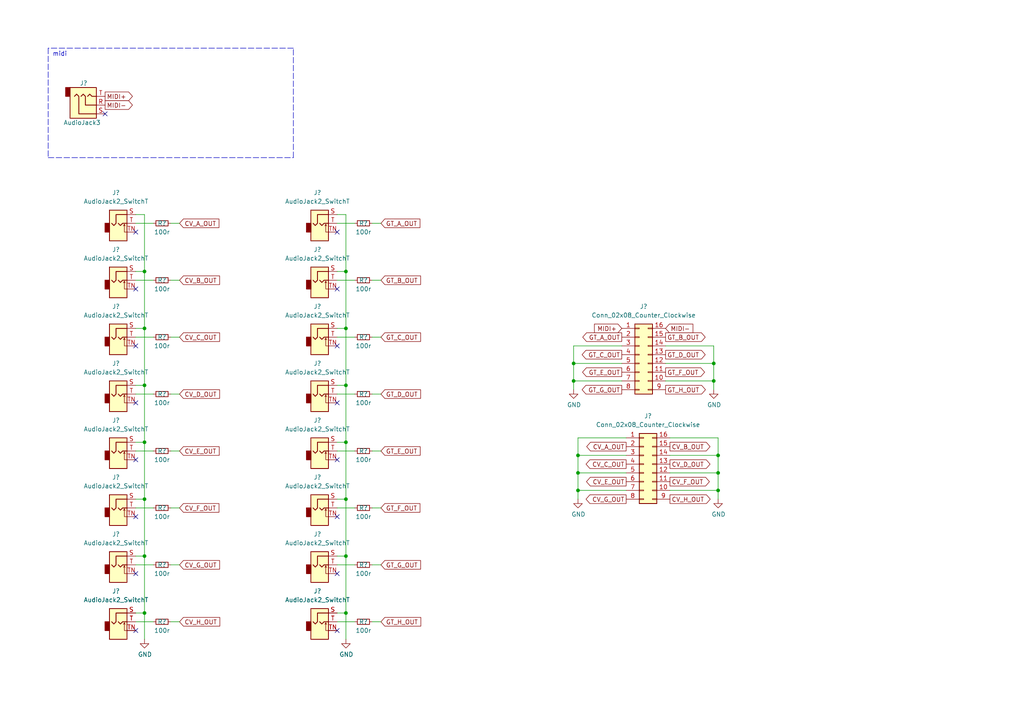
<source format=kicad_sch>
(kicad_sch (version 20211123) (generator eeschema)
  (paper "A4")
  (lib_symbols
    (symbol "Connector:AudioJack2_SwitchT"
      (property "Reference" "J" (at 0 8.89 0))
      (property "Value" "AudioJack2_SwitchT" (at 0 6.35 0))
      (symbol "AudioJack2_SwitchT_0_1"
        (rectangle (start -2.54 0) (end -3.81 -2.54) (stroke (width 0.254)) (fill (type outline)))
        (polyline (pts (xy 1.778 -0.254) (xy 2.032 -0.762)))
        (polyline (pts (xy 0 0) (xy 0.635 -0.635) (xy 1.27 0) (xy 2.54 0)) (stroke (width 0.254)))
        (polyline (pts (xy 2.54 -2.54) (xy 1.778 -2.54) (xy 1.778 -0.254) (xy 1.524 -0.762)))
        (polyline (pts (xy 2.54 2.54) (xy -0.635 2.54) (xy -0.635 0) (xy -1.27 -0.635) (xy -1.905 0)) (stroke (width 0.254)))
        (rectangle (start 2.54 3.81) (end -2.54 -5.08) (stroke (width 0.254)) (fill (type background)))
      )
      (symbol "AudioJack2_SwitchT_1_1"
        (pin passive line (at 5.08 2.54 180) (length 2.54) (name "~") (number "S"))
        (pin passive line (at 5.08 0 180) (length 2.54) (name "~") (number "T"))
        (pin passive line (at 5.08 -2.54 180) (length 2.54) (name "~") (number "TN"))
      )
    )
    (symbol "Connector:AudioJack3"
      (property "Reference" "J" (at 0 8.89 0))
      (property "Value" "AudioJack3" (at 0 6.35 0))
      (symbol "AudioJack3_0_1"
        (rectangle (start -5.08 -5.08) (end -6.35 -2.54) (stroke (width 0.254)) (fill (type outline)))
        (polyline (pts (xy 0 -2.54) (xy 0.635 -3.175) (xy 1.27 -2.54) (xy 2.54 -2.54)) (stroke (width 0.254)))
        (polyline (pts (xy -1.905 -2.54) (xy -1.27 -3.175) (xy -0.635 -2.54) (xy -0.635 0) (xy 2.54 0)) (stroke (width 0.254)))
        (polyline (pts (xy 2.54 2.54) (xy -2.54 2.54) (xy -2.54 -2.54) (xy -3.175 -3.175) (xy -3.81 -2.54)) (stroke (width 0.254)))
        (rectangle (start 2.54 3.81) (end -5.08 -5.08) (stroke (width 0.254)) (fill (type background)))
      )
      (symbol "AudioJack3_1_1"
        (pin passive line (at 5.08 0 180) (length 2.54) (name "~") (number "R"))
        (pin passive line (at 5.08 2.54 180) (length 2.54) (name "~") (number "S"))
        (pin passive line (at 5.08 -2.54 180) (length 2.54) (name "~") (number "T"))
      )
    )
    (symbol "Connector_Generic:Conn_02x08_Counter_Clockwise" (pin_names (offset 1.016) hide)
      (property "Reference" "J" (at 1.27 10.16 0))
      (property "Value" "Conn_02x08_Counter_Clockwise" (at 1.27 -12.7 0))
      (symbol "Conn_02x08_Counter_Clockwise_1_1"
        (rectangle (start -1.27 -10.033) (end 0 -10.287) (stroke (width 0.1524)))
        (rectangle (start -1.27 -7.493) (end 0 -7.747) (stroke (width 0.1524)))
        (rectangle (start -1.27 -4.953) (end 0 -5.207) (stroke (width 0.1524)))
        (rectangle (start -1.27 -2.413) (end 0 -2.667) (stroke (width 0.1524)))
        (rectangle (start -1.27 0.127) (end 0 -0.127) (stroke (width 0.1524)))
        (rectangle (start -1.27 2.667) (end 0 2.413) (stroke (width 0.1524)))
        (rectangle (start -1.27 5.207) (end 0 4.953) (stroke (width 0.1524)))
        (rectangle (start -1.27 7.747) (end 0 7.493) (stroke (width 0.1524)))
        (rectangle (start -1.27 8.89) (end 3.81 -11.43) (stroke (width 0.254)) (fill (type background)))
        (rectangle (start 3.81 -10.033) (end 2.54 -10.287) (stroke (width 0.1524)))
        (rectangle (start 3.81 -7.493) (end 2.54 -7.747) (stroke (width 0.1524)))
        (rectangle (start 3.81 -4.953) (end 2.54 -5.207) (stroke (width 0.1524)))
        (rectangle (start 3.81 -2.413) (end 2.54 -2.667) (stroke (width 0.1524)))
        (rectangle (start 3.81 0.127) (end 2.54 -0.127) (stroke (width 0.1524)))
        (rectangle (start 3.81 2.667) (end 2.54 2.413) (stroke (width 0.1524)))
        (rectangle (start 3.81 5.207) (end 2.54 4.953) (stroke (width 0.1524)))
        (rectangle (start 3.81 7.747) (end 2.54 7.493) (stroke (width 0.1524)))
        (pin passive line (at -5.08 7.62 0) (length 3.81) (name "Pin_1") (number "1"))
        (pin passive line (at 7.62 -7.62 180) (length 3.81) (name "Pin_10") (number "10"))
        (pin passive line (at 7.62 -5.08 180) (length 3.81) (name "Pin_11") (number "11"))
        (pin passive line (at 7.62 -2.54 180) (length 3.81) (name "Pin_12") (number "12"))
        (pin passive line (at 7.62 0 180) (length 3.81) (name "Pin_13") (number "13"))
        (pin passive line (at 7.62 2.54 180) (length 3.81) (name "Pin_14") (number "14"))
        (pin passive line (at 7.62 5.08 180) (length 3.81) (name "Pin_15") (number "15"))
        (pin passive line (at 7.62 7.62 180) (length 3.81) (name "Pin_16") (number "16"))
        (pin passive line (at -5.08 5.08 0) (length 3.81) (name "Pin_2") (number "2"))
        (pin passive line (at -5.08 2.54 0) (length 3.81) (name "Pin_3") (number "3"))
        (pin passive line (at -5.08 0 0) (length 3.81) (name "Pin_4") (number "4"))
        (pin passive line (at -5.08 -2.54 0) (length 3.81) (name "Pin_5") (number "5"))
        (pin passive line (at -5.08 -5.08 0) (length 3.81) (name "Pin_6") (number "6"))
        (pin passive line (at -5.08 -7.62 0) (length 3.81) (name "Pin_7") (number "7"))
        (pin passive line (at -5.08 -10.16 0) (length 3.81) (name "Pin_8") (number "8"))
        (pin passive line (at 7.62 -10.16 180) (length 3.81) (name "Pin_9") (number "9"))
      )
    )
    (symbol "Device:R_Small" (pin_numbers hide) (pin_names (offset 0.254) hide)
      (property "Reference" "R" (at 0.762 0.508 0))
      (property "Value" "R_Small" (at 0.762 -1.016 0))
      (symbol "R_Small_0_1"
        (rectangle (start -0.762 1.778) (end 0.762 -1.778) (stroke (width 0.2032)))
      )
      (symbol "R_Small_1_1"
        (pin passive line (at 0 2.54 270) (length 0.762) (name "~") (number "1"))
        (pin passive line (at 0 -2.54 90) (length 0.762) (name "~") (number "2"))
      )
    )
    (symbol "power:GND" (power) (pin_names (offset 0))
      (property "Value" "GND" (at 0 -3.81 0))
      (symbol "GND_0_1"
        (polyline (pts (xy 0 0) (xy 0 -1.27) (xy 1.27 -1.27) (xy 0 -2.54) (xy -1.27 -1.27) (xy 0 -1.27)))
      )
      (symbol "GND_1_1"
        (pin power_in line (at 0 0 270) (length 0) hide (name "GND") (number "1"))
      )
    )
  )
  (junction (at 100.33 144.78))
  (junction (at 207.01 110.49))
  (junction (at 167.64 142.24))
  (junction (at 100.33 111.76))
  (junction (at 167.64 132.08))
  (junction (at 100.33 161.29))
  (junction (at 208.28 137.16))
  (junction (at 41.91 161.29))
  (junction (at 100.33 78.74))
  (junction (at 100.33 95.25))
  (junction (at 207.01 105.41))
  (junction (at 41.91 128.27))
  (junction (at 166.37 110.49))
  (junction (at 208.28 132.08))
  (junction (at 41.91 177.8))
  (junction (at 167.64 137.16))
  (junction (at 41.91 111.76))
  (junction (at 100.33 128.27))
  (junction (at 41.91 144.78))
  (junction (at 41.91 95.25))
  (junction (at 166.37 105.41))
  (junction (at 208.28 142.24))
  (junction (at 100.33 177.8))
  (junction (at 41.91 78.74))
  (no_connect (at 39.37 100.33))
  (no_connect (at 30.48 33.02))
  (no_connect (at 97.79 182.88))
  (no_connect (at 39.37 166.37))
  (no_connect (at 39.37 133.35))
  (no_connect (at 39.37 182.88))
  (no_connect (at 97.79 166.37))
  (no_connect (at 39.37 67.31))
  (no_connect (at 97.79 83.82))
  (no_connect (at 97.79 67.31))
  (no_connect (at 39.37 149.86))
  (no_connect (at 39.37 83.82))
  (no_connect (at 97.79 116.84))
  (no_connect (at 97.79 100.33))
  (no_connect (at 97.79 133.35))
  (no_connect (at 97.79 149.86))
  (no_connect (at 39.37 116.84))
  (wire (pts (xy 107.95 81.28) (xy 110.49 81.28)))
  (wire (pts (xy 97.79 78.74) (xy 100.33 78.74)))
  (wire (pts (xy 193.04 110.49) (xy 207.01 110.49)))
  (wire (pts (xy 49.53 180.34) (xy 52.07 180.34)))
  (wire (pts (xy 100.33 95.25) (xy 100.33 78.74)))
  (wire (pts (xy 167.64 132.08) (xy 167.64 137.16)))
  (wire (pts (xy 194.31 132.08) (xy 208.28 132.08)))
  (wire (pts (xy 97.79 161.29) (xy 100.33 161.29)))
  (wire (pts (xy 39.37 114.3) (xy 44.45 114.3)))
  (wire (pts (xy 167.64 142.24) (xy 181.61 142.24)))
  (wire (pts (xy 166.37 110.49) (xy 166.37 105.41)))
  (wire (pts (xy 207.01 105.41) (xy 193.04 105.41)))
  (wire (pts (xy 208.28 142.24) (xy 194.31 142.24)))
  (wire (pts (xy 49.53 97.79) (xy 52.07 97.79)))
  (wire (pts (xy 41.91 128.27) (xy 41.91 111.76)))
  (wire (pts (xy 97.79 81.28) (xy 102.87 81.28)))
  (wire (pts (xy 49.53 81.28) (xy 52.07 81.28)))
  (wire (pts (xy 39.37 81.28) (xy 44.45 81.28)))
  (wire (pts (xy 41.91 95.25) (xy 41.91 78.74)))
  (wire (pts (xy 166.37 113.03) (xy 166.37 110.49)))
  (wire (pts (xy 97.79 64.77) (xy 102.87 64.77)))
  (wire (pts (xy 41.91 144.78) (xy 41.91 128.27)))
  (wire (pts (xy 49.53 114.3) (xy 52.07 114.3)))
  (wire (pts (xy 167.64 127) (xy 167.64 132.08)))
  (wire (pts (xy 49.53 147.32) (xy 52.07 147.32)))
  (wire (pts (xy 167.64 132.08) (xy 181.61 132.08)))
  (wire (pts (xy 207.01 100.33) (xy 193.04 100.33)))
  (wire (pts (xy 97.79 128.27) (xy 100.33 128.27)))
  (wire (pts (xy 97.79 163.83) (xy 102.87 163.83)))
  (wire (pts (xy 41.91 161.29) (xy 41.91 144.78)))
  (wire (pts (xy 39.37 130.81) (xy 44.45 130.81)))
  (wire (pts (xy 107.95 114.3) (xy 110.49 114.3)))
  (wire (pts (xy 49.53 163.83) (xy 52.07 163.83)))
  (wire (pts (xy 100.33 78.74) (xy 100.33 62.23)))
  (wire (pts (xy 41.91 62.23) (xy 39.37 62.23)))
  (wire (pts (xy 39.37 95.25) (xy 41.91 95.25)))
  (polyline (pts (xy 85.09 13.97) (xy 13.97 13.97)))
  (wire (pts (xy 194.31 137.16) (xy 208.28 137.16)))
  (wire (pts (xy 107.95 180.34) (xy 110.49 180.34)))
  (wire (pts (xy 97.79 130.81) (xy 102.87 130.81)))
  (wire (pts (xy 100.33 111.76) (xy 100.33 95.25)))
  (wire (pts (xy 49.53 130.81) (xy 52.07 130.81)))
  (wire (pts (xy 97.79 114.3) (xy 102.87 114.3)))
  (wire (pts (xy 166.37 105.41) (xy 180.34 105.41)))
  (wire (pts (xy 39.37 161.29) (xy 41.91 161.29)))
  (wire (pts (xy 167.64 137.16) (xy 167.64 142.24)))
  (wire (pts (xy 39.37 147.32) (xy 44.45 147.32)))
  (wire (pts (xy 100.33 128.27) (xy 100.33 111.76)))
  (wire (pts (xy 207.01 110.49) (xy 207.01 105.41)))
  (wire (pts (xy 39.37 111.76) (xy 41.91 111.76)))
  (wire (pts (xy 208.28 132.08) (xy 208.28 137.16)))
  (wire (pts (xy 167.64 137.16) (xy 181.61 137.16)))
  (wire (pts (xy 39.37 177.8) (xy 41.91 177.8)))
  (polyline (pts (xy 13.97 45.72) (xy 85.09 45.72)))
  (wire (pts (xy 41.91 111.76) (xy 41.91 95.25)))
  (wire (pts (xy 39.37 144.78) (xy 41.91 144.78)))
  (wire (pts (xy 100.33 144.78) (xy 100.33 128.27)))
  (wire (pts (xy 39.37 128.27) (xy 41.91 128.27)))
  (polyline (pts (xy 85.09 45.72) (xy 85.09 13.97)))
  (wire (pts (xy 166.37 110.49) (xy 180.34 110.49)))
  (wire (pts (xy 100.33 185.42) (xy 100.33 177.8)))
  (wire (pts (xy 97.79 95.25) (xy 100.33 95.25)))
  (wire (pts (xy 100.33 161.29) (xy 100.33 144.78)))
  (wire (pts (xy 49.53 64.77) (xy 52.07 64.77)))
  (wire (pts (xy 39.37 78.74) (xy 41.91 78.74)))
  (wire (pts (xy 39.37 180.34) (xy 44.45 180.34)))
  (wire (pts (xy 41.91 177.8) (xy 41.91 161.29)))
  (wire (pts (xy 39.37 64.77) (xy 44.45 64.77)))
  (wire (pts (xy 207.01 105.41) (xy 207.01 100.33)))
  (wire (pts (xy 97.79 111.76) (xy 100.33 111.76)))
  (wire (pts (xy 107.95 163.83) (xy 110.49 163.83)))
  (wire (pts (xy 97.79 177.8) (xy 100.33 177.8)))
  (wire (pts (xy 97.79 180.34) (xy 102.87 180.34)))
  (wire (pts (xy 100.33 62.23) (xy 97.79 62.23)))
  (wire (pts (xy 194.31 127) (xy 208.28 127)))
  (wire (pts (xy 107.95 64.77) (xy 110.49 64.77)))
  (wire (pts (xy 208.28 144.78) (xy 208.28 142.24)))
  (wire (pts (xy 107.95 97.79) (xy 110.49 97.79)))
  (polyline (pts (xy 13.97 13.97) (xy 13.97 45.72)))
  (wire (pts (xy 41.91 185.42) (xy 41.91 177.8)))
  (wire (pts (xy 97.79 97.79) (xy 102.87 97.79)))
  (wire (pts (xy 39.37 97.79) (xy 44.45 97.79)))
  (wire (pts (xy 181.61 127) (xy 167.64 127)))
  (wire (pts (xy 97.79 144.78) (xy 100.33 144.78)))
  (wire (pts (xy 167.64 144.78) (xy 167.64 142.24)))
  (wire (pts (xy 166.37 105.41) (xy 166.37 100.33)))
  (wire (pts (xy 41.91 78.74) (xy 41.91 62.23)))
  (wire (pts (xy 107.95 147.32) (xy 110.49 147.32)))
  (wire (pts (xy 207.01 110.49) (xy 207.01 113.03)))
  (wire (pts (xy 208.28 137.16) (xy 208.28 142.24)))
  (wire (pts (xy 97.79 147.32) (xy 102.87 147.32)))
  (wire (pts (xy 107.95 130.81) (xy 110.49 130.81)))
  (wire (pts (xy 166.37 100.33) (xy 180.34 100.33)))
  (wire (pts (xy 208.28 127) (xy 208.28 132.08)))
  (wire (pts (xy 100.33 177.8) (xy 100.33 161.29)))
  (wire (pts (xy 39.37 163.83) (xy 44.45 163.83)))
  (text "midi" (at 15.24 16.51 0) (effects (font (size 1.27 1.27)) (justify left bottom)))
  (global_label "CV_B_OUT" (shape input) (at 52.07 81.28 0) (property "Intersheet References" "${INTERSHEET_REFS}" (effects hide)))
  (global_label "CV_H_OUT" (shape output) (at 194.31 144.78 0) (property "Intersheet References" "${INTERSHEET_REFS}" (effects hide)))
  (global_label "GT_D_OUT" (shape output) (at 193.04 102.87 0) (property "Intersheet References" "${INTERSHEET_REFS}" (effects hide)))
  (global_label "GT_F_OUT" (shape input) (at 110.49 147.32 0) (property "Intersheet References" "${INTERSHEET_REFS}" (effects hide)))
  (global_label "CV_F_OUT" (shape input) (at 52.07 147.32 0) (property "Intersheet References" "${INTERSHEET_REFS}" (effects hide)))
  (global_label "CV_B_OUT" (shape output) (at 194.31 129.54 0) (property "Intersheet References" "${INTERSHEET_REFS}" (effects hide)))
  (global_label "GT_C_OUT" (shape input) (at 110.49 97.79 0) (property "Intersheet References" "${INTERSHEET_REFS}" (effects hide)))
  (global_label "GT_G_OUT" (shape output) (at 180.34 113.03 180) (property "Intersheet References" "${INTERSHEET_REFS}" (effects hide)))
  (global_label "GT_E_OUT" (shape output) (at 180.34 107.95 180) (property "Intersheet References" "${INTERSHEET_REFS}" (effects hide)))
  (global_label "CV_A_OUT" (shape output) (at 181.61 129.54 180) (property "Intersheet References" "${INTERSHEET_REFS}" (effects hide)))
  (global_label "GT_A_OUT" (shape input) (at 110.49 64.77 0) (property "Intersheet References" "${INTERSHEET_REFS}" (effects hide)))
  (global_label "GT_A_OUT" (shape output) (at 180.34 97.79 180) (property "Intersheet References" "${INTERSHEET_REFS}" (effects hide)))
  (global_label "CV_D_OUT" (shape output) (at 194.31 134.62 0) (property "Intersheet References" "${INTERSHEET_REFS}" (effects hide)))
  (global_label "MIDI-" (shape input) (at 193.04 95.25 0) (property "Intersheet References" "${INTERSHEET_REFS}" (effects hide)))
  (global_label "GT_D_OUT" (shape input) (at 110.49 114.3 0) (property "Intersheet References" "${INTERSHEET_REFS}" (effects hide)))
  (global_label "CV_E_OUT" (shape input) (at 52.07 130.81 0) (property "Intersheet References" "${INTERSHEET_REFS}" (effects hide)))
  (global_label "CV_C_OUT" (shape input) (at 52.07 97.79 0) (property "Intersheet References" "${INTERSHEET_REFS}" (effects hide)))
  (global_label "MIDI+" (shape input) (at 180.34 95.25 180) (property "Intersheet References" "${INTERSHEET_REFS}" (effects hide)))
  (global_label "GT_F_OUT" (shape output) (at 193.04 107.95 0) (property "Intersheet References" "${INTERSHEET_REFS}" (effects hide)))
  (global_label "CV_G_OUT" (shape input) (at 52.07 163.83 0) (property "Intersheet References" "${INTERSHEET_REFS}" (effects hide)))
  (global_label "CV_F_OUT" (shape output) (at 194.31 139.7 0) (property "Intersheet References" "${INTERSHEET_REFS}" (effects hide)))
  (global_label "CV_H_OUT" (shape input) (at 52.07 180.34 0) (property "Intersheet References" "${INTERSHEET_REFS}" (effects hide)))
  (global_label "MIDI-" (shape output) (at 30.48 30.48 0) (property "Intersheet References" "${INTERSHEET_REFS}" (effects hide)))
  (global_label "CV_A_OUT" (shape input) (at 52.07 64.77 0) (property "Intersheet References" "${INTERSHEET_REFS}" (effects hide)))
  (global_label "GT_H_OUT" (shape input) (at 110.49 180.34 0) (property "Intersheet References" "${INTERSHEET_REFS}" (effects hide)))
  (global_label "MIDI+" (shape output) (at 30.48 27.94 0) (property "Intersheet References" "${INTERSHEET_REFS}" (effects hide)))
  (global_label "CV_G_OUT" (shape output) (at 181.61 144.78 180) (property "Intersheet References" "${INTERSHEET_REFS}" (effects hide)))
  (global_label "CV_E_OUT" (shape output) (at 181.61 139.7 180) (property "Intersheet References" "${INTERSHEET_REFS}" (effects hide)))
  (global_label "CV_C_OUT" (shape output) (at 181.61 134.62 180) (property "Intersheet References" "${INTERSHEET_REFS}" (effects hide)))
  (global_label "GT_H_OUT" (shape output) (at 193.04 113.03 0) (property "Intersheet References" "${INTERSHEET_REFS}" (effects hide)))
  (global_label "GT_E_OUT" (shape input) (at 110.49 130.81 0) (property "Intersheet References" "${INTERSHEET_REFS}" (effects hide)))
  (global_label "GT_G_OUT" (shape input) (at 110.49 163.83 0) (property "Intersheet References" "${INTERSHEET_REFS}" (effects hide)))
  (global_label "CV_D_OUT" (shape input) (at 52.07 114.3 0) (property "Intersheet References" "${INTERSHEET_REFS}" (effects hide)))
  (global_label "GT_B_OUT" (shape input) (at 110.49 81.28 0) (property "Intersheet References" "${INTERSHEET_REFS}" (effects hide)))
  (global_label "GT_B_OUT" (shape output) (at 193.04 97.79 0) (property "Intersheet References" "${INTERSHEET_REFS}" (effects hide)))
  (global_label "GT_C_OUT" (shape output) (at 180.34 102.87 180) (property "Intersheet References" "${INTERSHEET_REFS}" (effects hide)))
  (symbol (lib_id "power:GND") (at 207.01 113.03 0) (unit 1)
    (property "Reference" "#PWR?" (effects hide))
    (property "Value" "GND" (at 207.137 117.4242 0))
  )
  (symbol (lib_id "Connector:AudioJack2_SwitchT") (at 34.29 163.83 0) (unit 1)
    (property "Reference" "J?" (at 33.655 154.94 0))
    (property "Value" "AudioJack2_SwitchT" (at 33.655 157.48 0))
  )
  (symbol (lib_id "Connector:AudioJack2_SwitchT") (at 34.29 97.79 0) (unit 1)
    (property "Reference" "J?" (at 33.655 88.9 0))
    (property "Value" "AudioJack2_SwitchT" (at 33.655 91.44 0))
  )
  (symbol (lib_id "Connector:AudioJack2_SwitchT") (at 92.71 114.3 0) (unit 1)
    (property "Reference" "J?" (at 92.075 105.41 0))
    (property "Value" "AudioJack2_SwitchT" (at 92.075 107.95 0))
  )
  (symbol (lib_id "power:GND") (at 100.33 185.42 0) (unit 1)
    (property "Reference" "#PWR?" (effects hide))
    (property "Value" "GND" (at 100.457 189.8142 0))
  )
  (symbol (lib_id "power:GND") (at 167.64 144.78 0) (unit 1)
    (property "Reference" "#PWR?" (effects hide))
    (property "Value" "GND" (at 167.767 149.1742 0))
  )
  (symbol (lib_id "Device:R_Small") (at 105.41 81.28 270) (unit 1)
    (property "Reference" "R?" (at 105.41 81.28 90))
    (property "Value" "100r" (at 105.41 83.82 90))
  )
  (symbol (lib_id "Device:R_Small") (at 46.99 147.32 270) (unit 1)
    (property "Reference" "R?" (at 46.99 147.32 90))
    (property "Value" "100r" (at 46.99 149.86 90))
  )
  (symbol (lib_id "Device:R_Small") (at 105.41 130.81 270) (unit 1)
    (property "Reference" "R?" (at 105.41 130.81 90))
    (property "Value" "100r" (at 105.41 133.35 90))
  )
  (symbol (lib_id "Connector:AudioJack2_SwitchT") (at 34.29 130.81 0) (unit 1)
    (property "Reference" "J?" (at 33.655 121.92 0))
    (property "Value" "AudioJack2_SwitchT" (at 33.655 124.46 0))
  )
  (symbol (lib_id "Device:R_Small") (at 105.41 97.79 270) (unit 1)
    (property "Reference" "R?" (at 105.41 97.79 90))
    (property "Value" "100r" (at 105.41 100.33 90))
  )
  (symbol (lib_id "power:GND") (at 41.91 185.42 0) (unit 1)
    (property "Reference" "#PWR?" (effects hide))
    (property "Value" "GND" (at 42.037 189.8142 0))
  )
  (symbol (lib_id "Connector:AudioJack2_SwitchT") (at 34.29 81.28 0) (unit 1)
    (property "Reference" "J?" (at 33.655 72.39 0))
    (property "Value" "AudioJack2_SwitchT" (at 33.655 74.93 0))
  )
  (symbol (lib_id "Connector:AudioJack2_SwitchT") (at 34.29 180.34 0) (unit 1)
    (property "Reference" "J?" (at 33.655 171.45 0))
    (property "Value" "AudioJack2_SwitchT" (at 33.655 173.99 0))
  )
  (symbol (lib_id "Connector:AudioJack3") (at 25.4 30.48 0) (mirror x) (unit 1)
    (property "Reference" "J?" (at 25.4 24.13 0) (effects (justify right)))
    (property "Value" "AudioJack3" (at 29.21 35.56 0) (effects (justify right)))
    (property "Footprint" "Connector_Audio:Jack_3.5mm_QingPu_WQP-PJ398SM_Vertical_CircularHoles" (effects hide))
  )
  (symbol (lib_id "Device:R_Small") (at 46.99 64.77 270) (unit 1)
    (property "Reference" "R?" (at 46.99 64.77 90))
    (property "Value" "100r" (at 46.99 67.31 90))
  )
  (symbol (lib_id "Connector:AudioJack2_SwitchT") (at 92.71 180.34 0) (unit 1)
    (property "Reference" "J?" (at 92.075 171.45 0))
    (property "Value" "AudioJack2_SwitchT" (at 92.075 173.99 0))
  )
  (symbol (lib_id "Device:R_Small") (at 46.99 180.34 270) (unit 1)
    (property "Reference" "R?" (at 46.99 180.34 90))
    (property "Value" "100r" (at 46.99 182.88 90))
  )
  (symbol (lib_id "Connector:AudioJack2_SwitchT") (at 92.71 64.77 0) (unit 1)
    (property "Reference" "J?" (at 92.075 55.88 0))
    (property "Value" "AudioJack2_SwitchT" (at 92.075 58.42 0))
  )
  (symbol (lib_id "Connector:AudioJack2_SwitchT") (at 92.71 130.81 0) (unit 1)
    (property "Reference" "J?" (at 92.075 121.92 0))
    (property "Value" "AudioJack2_SwitchT" (at 92.075 124.46 0))
  )
  (symbol (lib_id "Device:R_Small") (at 105.41 180.34 270) (unit 1)
    (property "Reference" "R?" (at 105.41 180.34 90))
    (property "Value" "100r" (at 105.41 182.88 90))
  )
  (symbol (lib_id "Device:R_Small") (at 46.99 81.28 270) (unit 1)
    (property "Reference" "R?" (at 46.99 81.28 90))
    (property "Value" "100r" (at 46.99 83.82 90))
  )
  (symbol (lib_id "power:GND") (at 166.37 113.03 0) (unit 1)
    (property "Reference" "#PWR?" (effects hide))
    (property "Value" "GND" (at 166.497 117.4242 0))
  )
  (symbol (lib_id "Connector:AudioJack2_SwitchT") (at 34.29 64.77 0) (unit 1)
    (property "Reference" "J?" (at 33.655 55.88 0))
    (property "Value" "AudioJack2_SwitchT" (at 33.655 58.42 0))
  )
  (symbol (lib_id "Device:R_Small") (at 46.99 163.83 270) (unit 1)
    (property "Reference" "R?" (at 46.99 163.83 90))
    (property "Value" "100r" (at 46.99 166.37 90))
  )
  (symbol (lib_id "Device:R_Small") (at 105.41 163.83 270) (unit 1)
    (property "Reference" "R?" (at 105.41 163.83 90))
    (property "Value" "100r" (at 105.41 166.37 90))
  )
  (symbol (lib_id "Device:R_Small") (at 46.99 130.81 270) (unit 1)
    (property "Reference" "R?" (at 46.99 130.81 90))
    (property "Value" "100r" (at 46.99 133.35 90))
  )
  (symbol (lib_id "Device:R_Small") (at 105.41 64.77 270) (unit 1)
    (property "Reference" "R?" (at 105.41 64.77 90))
    (property "Value" "100r" (at 105.41 67.31 90))
  )
  (symbol (lib_id "Connector:AudioJack2_SwitchT") (at 92.71 163.83 0) (unit 1)
    (property "Reference" "J?" (at 92.075 154.94 0))
    (property "Value" "AudioJack2_SwitchT" (at 92.075 157.48 0))
  )
  (symbol (lib_id "Connector_Generic:Conn_02x08_Counter_Clockwise") (at 185.42 102.87 0) (unit 1)
    (property "Reference" "J?" (at 186.69 88.9 0))
    (property "Value" "Conn_02x08_Counter_Clockwise" (at 186.69 91.44 0))
  )
  (symbol (lib_id "Connector:AudioJack2_SwitchT") (at 34.29 147.32 0) (unit 1)
    (property "Reference" "J?" (at 33.655 138.43 0))
    (property "Value" "AudioJack2_SwitchT" (at 33.655 140.97 0))
  )
  (symbol (lib_id "Device:R_Small") (at 46.99 114.3 270) (unit 1)
    (property "Reference" "R?" (at 46.99 114.3 90))
    (property "Value" "100r" (at 46.99 116.84 90))
  )
  (symbol (lib_id "Connector:AudioJack2_SwitchT") (at 34.29 114.3 0) (unit 1)
    (property "Reference" "J?" (at 33.655 105.41 0))
    (property "Value" "AudioJack2_SwitchT" (at 33.655 107.95 0))
  )
  (symbol (lib_id "Device:R_Small") (at 46.99 97.79 270) (unit 1)
    (property "Reference" "R?" (at 46.99 97.79 90))
    (property "Value" "100r" (at 46.99 100.33 90))
  )
  (symbol (lib_id "Connector:AudioJack2_SwitchT") (at 92.71 81.28 0) (unit 1)
    (property "Reference" "J?" (at 92.075 72.39 0))
    (property "Value" "AudioJack2_SwitchT" (at 92.075 74.93 0))
  )
  (symbol (lib_id "Device:R_Small") (at 105.41 114.3 270) (unit 1)
    (property "Reference" "R?" (at 105.41 114.3 90))
    (property "Value" "100r" (at 105.41 116.84 90))
  )
  (symbol (lib_id "power:GND") (at 208.28 144.78 0) (unit 1)
    (property "Reference" "#PWR?" (effects hide))
    (property "Value" "GND" (at 208.407 149.1742 0))
  )
  (symbol (lib_id "Connector_Generic:Conn_02x08_Counter_Clockwise") (at 186.69 134.62 0) (unit 1)
    (property "Reference" "J?" (at 187.96 120.65 0))
    (property "Value" "Conn_02x08_Counter_Clockwise" (at 187.96 123.19 0))
  )
  (symbol (lib_id "Connector:AudioJack2_SwitchT") (at 92.71 97.79 0) (unit 1)
    (property "Reference" "J?" (at 92.075 88.9 0))
    (property "Value" "AudioJack2_SwitchT" (at 92.075 91.44 0))
  )
  (symbol (lib_id "Connector:AudioJack2_SwitchT") (at 92.71 147.32 0) (unit 1)
    (property "Reference" "J?" (at 92.075 138.43 0))
    (property "Value" "AudioJack2_SwitchT" (at 92.075 140.97 0))
  )
  (symbol (lib_id "Device:R_Small") (at 105.41 147.32 270) (unit 1)
    (property "Reference" "R?" (at 105.41 147.32 90))
    (property "Value" "100r" (at 105.41 149.86 90))
  )
)
</source>
